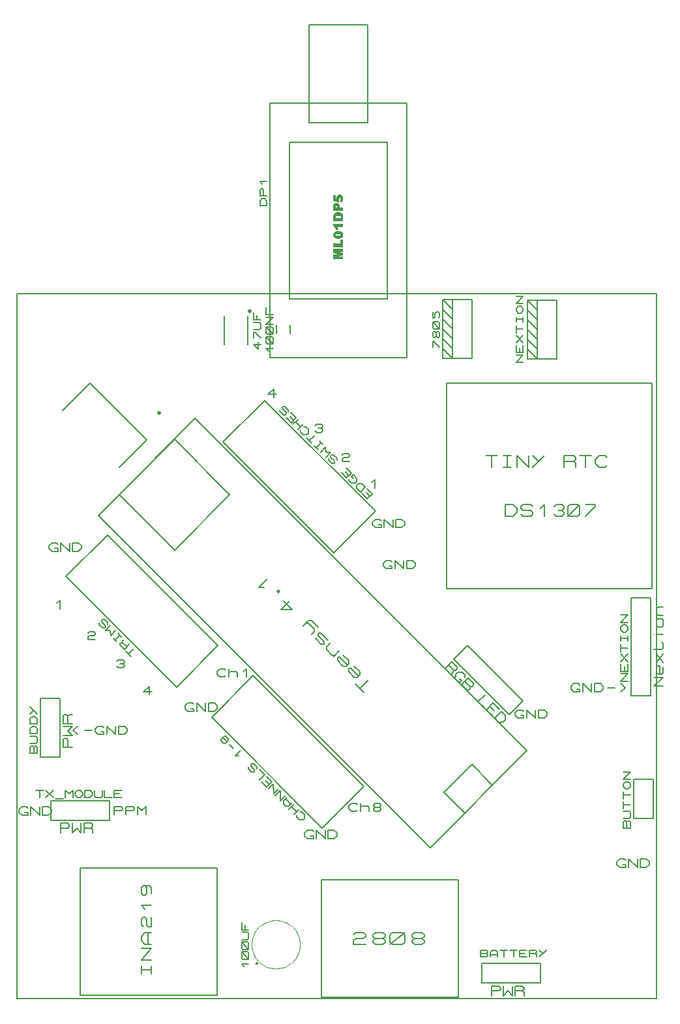
<source format=gbr>
G04 PROTEUS GERBER X2 FILE*
%TF.GenerationSoftware,Labcenter,Proteus,8.15-SP1-Build34318*%
%TF.CreationDate,2023-08-09T10:16:53+00:00*%
%TF.FileFunction,Legend,Top*%
%TF.FilePolarity,Positive*%
%TF.Part,Single*%
%TF.SameCoordinates,{0049c899-80f1-4e30-9ba5-08a3a9b55963}*%
%FSLAX45Y45*%
%MOMM*%
G01*
%TA.AperFunction,Profile*%
%ADD27C,0.203200*%
%TA.AperFunction,Material*%
%ADD31C,0.203200*%
%ADD32C,0.063500*%
%ADD33C,0.250000*%
%ADD34C,0.200000*%
%ADD35C,0.120000*%
%TA.AperFunction,NonMaterial*%
%ADD36C,0.203200*%
%TD.AperFunction*%
D27*
X-619760Y-63500D02*
X+7683500Y-63500D01*
X+7683500Y+9080500D01*
X-619760Y+9080500D01*
X-619760Y-63500D01*
D31*
X+2667000Y+8255000D02*
X+4445000Y+8255000D01*
X+4445000Y+11557000D01*
X+2667000Y+11557000D01*
X+2667000Y+8255000D01*
X+3175000Y+11303000D02*
X+3937000Y+11303000D01*
X+3937000Y+12573000D01*
X+3175000Y+12573000D01*
X+3175000Y+11303000D01*
X+2921000Y+9017000D02*
X+4191000Y+9017000D01*
X+4191000Y+11049000D01*
X+2921000Y+11049000D01*
X+2921000Y+9017000D01*
D32*
X+3489960Y+9540240D02*
X+3489960Y+9591040D01*
X+3489960Y+9616440D02*
X+3489960Y+9667240D01*
X+3489960Y+9697720D02*
X+3489960Y+9733280D01*
X+3489960Y+9834880D02*
X+3489960Y+9865360D01*
X+3489960Y+9961880D02*
X+3489960Y+9992360D01*
X+3489960Y+10033000D02*
X+3489960Y+10104120D01*
X+3489960Y+10165080D02*
X+3489960Y+10241280D01*
X+3489960Y+10292080D02*
X+3489960Y+10363200D01*
X+3495040Y+9540240D02*
X+3495040Y+9591040D01*
X+3495040Y+9616440D02*
X+3495040Y+9667240D01*
X+3495040Y+9697720D02*
X+3495040Y+9733280D01*
X+3495040Y+9824720D02*
X+3495040Y+9875520D01*
X+3495040Y+9961880D02*
X+3495040Y+9992360D01*
X+3495040Y+10033000D02*
X+3495040Y+10119360D01*
X+3495040Y+10165080D02*
X+3495040Y+10251440D01*
X+3495040Y+10292080D02*
X+3495040Y+10363200D01*
X+3500120Y+9540240D02*
X+3500120Y+9591040D01*
X+3500120Y+9616440D02*
X+3500120Y+9667240D01*
X+3500120Y+9697720D02*
X+3500120Y+9733280D01*
X+3500120Y+9814560D02*
X+3500120Y+9880600D01*
X+3500120Y+9956800D02*
X+3500120Y+9992360D01*
X+3500120Y+10033000D02*
X+3500120Y+10124440D01*
X+3500120Y+10165080D02*
X+3500120Y+10256520D01*
X+3500120Y+10292080D02*
X+3500120Y+10363200D01*
X+3505200Y+9540240D02*
X+3505200Y+9591040D01*
X+3505200Y+9616440D02*
X+3505200Y+9667240D01*
X+3505200Y+9697720D02*
X+3505200Y+9733280D01*
X+3505200Y+9814560D02*
X+3505200Y+9885680D01*
X+3505200Y+9951720D02*
X+3505200Y+9992360D01*
X+3505200Y+10033000D02*
X+3505200Y+10129520D01*
X+3505200Y+10165080D02*
X+3505200Y+10256520D01*
X+3505200Y+10287000D02*
X+3505200Y+10363200D01*
X+3510280Y+9540240D02*
X+3510280Y+9596120D01*
X+3510280Y+9611360D02*
X+3510280Y+9667240D01*
X+3510280Y+9697720D02*
X+3510280Y+9733280D01*
X+3510280Y+9809480D02*
X+3510280Y+9845040D01*
X+3510280Y+9855200D02*
X+3510280Y+9890760D01*
X+3510280Y+9946640D02*
X+3510280Y+9992360D01*
X+3510280Y+10033000D02*
X+3510280Y+10129520D01*
X+3510280Y+10165080D02*
X+3510280Y+10261600D01*
X+3510280Y+10287000D02*
X+3510280Y+10363200D01*
X+3515360Y+9540240D02*
X+3515360Y+9596120D01*
X+3515360Y+9611360D02*
X+3515360Y+9667240D01*
X+3515360Y+9697720D02*
X+3515360Y+9733280D01*
X+3515360Y+9809480D02*
X+3515360Y+9845040D01*
X+3515360Y+9855200D02*
X+3515360Y+9890760D01*
X+3515360Y+9936480D02*
X+3515360Y+9992360D01*
X+3515360Y+10033000D02*
X+3515360Y+10068560D01*
X+3515360Y+10088880D02*
X+3515360Y+10134600D01*
X+3515360Y+10165080D02*
X+3515360Y+10200640D01*
X+3515360Y+10220960D02*
X+3515360Y+10261600D01*
X+3515360Y+10287000D02*
X+3515360Y+10317480D01*
X+3520440Y+9540240D02*
X+3520440Y+9596120D01*
X+3520440Y+9611360D02*
X+3520440Y+9667240D01*
X+3520440Y+9697720D02*
X+3520440Y+9733280D01*
X+3520440Y+9809480D02*
X+3520440Y+9839960D01*
X+3520440Y+9860280D02*
X+3520440Y+9890760D01*
X+3520440Y+9926320D02*
X+3520440Y+9992360D01*
X+3520440Y+10033000D02*
X+3520440Y+10068560D01*
X+3520440Y+10099040D02*
X+3520440Y+10134600D01*
X+3520440Y+10165080D02*
X+3520440Y+10200640D01*
X+3520440Y+10226040D02*
X+3520440Y+10261600D01*
X+3520440Y+10287000D02*
X+3520440Y+10317480D01*
X+3525520Y+9540240D02*
X+3525520Y+9596120D01*
X+3525520Y+9611360D02*
X+3525520Y+9667240D01*
X+3525520Y+9697720D02*
X+3525520Y+9733280D01*
X+3525520Y+9804400D02*
X+3525520Y+9839960D01*
X+3525520Y+9860280D02*
X+3525520Y+9895840D01*
X+3525520Y+9921240D02*
X+3525520Y+9992360D01*
X+3525520Y+10033000D02*
X+3525520Y+10068560D01*
X+3525520Y+10099040D02*
X+3525520Y+10134600D01*
X+3525520Y+10165080D02*
X+3525520Y+10200640D01*
X+3525520Y+10226040D02*
X+3525520Y+10261600D01*
X+3525520Y+10287000D02*
X+3525520Y+10317480D01*
X+3530600Y+9540240D02*
X+3530600Y+9570720D01*
X+3530600Y+9575800D02*
X+3530600Y+9596120D01*
X+3530600Y+9611360D02*
X+3530600Y+9631680D01*
X+3530600Y+9636760D02*
X+3530600Y+9667240D01*
X+3530600Y+9697720D02*
X+3530600Y+9733280D01*
X+3530600Y+9804400D02*
X+3530600Y+9839960D01*
X+3530600Y+9860280D02*
X+3530600Y+9895840D01*
X+3530600Y+9921240D02*
X+3530600Y+9992360D01*
X+3530600Y+10033000D02*
X+3530600Y+10068560D01*
X+3530600Y+10104120D02*
X+3530600Y+10139680D01*
X+3530600Y+10165080D02*
X+3530600Y+10200640D01*
X+3530600Y+10226040D02*
X+3530600Y+10261600D01*
X+3530600Y+10287000D02*
X+3530600Y+10317480D01*
X+3530600Y+10322560D02*
X+3530600Y+10347960D01*
X+3535680Y+9540240D02*
X+3535680Y+9570720D01*
X+3535680Y+9575800D02*
X+3535680Y+9601200D01*
X+3535680Y+9611360D02*
X+3535680Y+9631680D01*
X+3535680Y+9636760D02*
X+3535680Y+9667240D01*
X+3535680Y+9697720D02*
X+3535680Y+9733280D01*
X+3535680Y+9804400D02*
X+3535680Y+9839960D01*
X+3535680Y+9860280D02*
X+3535680Y+9895840D01*
X+3535680Y+9921240D02*
X+3535680Y+9951720D01*
X+3535680Y+9956800D02*
X+3535680Y+9992360D01*
X+3535680Y+10033000D02*
X+3535680Y+10068560D01*
X+3535680Y+10104120D02*
X+3535680Y+10139680D01*
X+3535680Y+10165080D02*
X+3535680Y+10200640D01*
X+3535680Y+10220960D02*
X+3535680Y+10261600D01*
X+3535680Y+10287000D02*
X+3535680Y+10353040D01*
X+3540760Y+9540240D02*
X+3540760Y+9570720D01*
X+3540760Y+9575800D02*
X+3540760Y+9601200D01*
X+3540760Y+9606280D02*
X+3540760Y+9631680D01*
X+3540760Y+9636760D02*
X+3540760Y+9667240D01*
X+3540760Y+9697720D02*
X+3540760Y+9733280D01*
X+3540760Y+9804400D02*
X+3540760Y+9839960D01*
X+3540760Y+9860280D02*
X+3540760Y+9895840D01*
X+3540760Y+9921240D02*
X+3540760Y+9941560D01*
X+3540760Y+9956800D02*
X+3540760Y+9992360D01*
X+3540760Y+10033000D02*
X+3540760Y+10068560D01*
X+3540760Y+10104120D02*
X+3540760Y+10139680D01*
X+3540760Y+10165080D02*
X+3540760Y+10261600D01*
X+3540760Y+10281920D02*
X+3540760Y+10358120D01*
X+3545840Y+9540240D02*
X+3545840Y+9570720D01*
X+3545840Y+9575800D02*
X+3545840Y+9601200D01*
X+3545840Y+9606280D02*
X+3545840Y+9631680D01*
X+3545840Y+9636760D02*
X+3545840Y+9667240D01*
X+3545840Y+9697720D02*
X+3545840Y+9733280D01*
X+3545840Y+9804400D02*
X+3545840Y+9839960D01*
X+3545840Y+9860280D02*
X+3545840Y+9895840D01*
X+3545840Y+9921240D02*
X+3545840Y+9931400D01*
X+3545840Y+9956800D02*
X+3545840Y+9992360D01*
X+3545840Y+10033000D02*
X+3545840Y+10068560D01*
X+3545840Y+10104120D02*
X+3545840Y+10139680D01*
X+3545840Y+10165080D02*
X+3545840Y+10256520D01*
X+3545840Y+10281920D02*
X+3545840Y+10363200D01*
X+3550920Y+9540240D02*
X+3550920Y+9570720D01*
X+3550920Y+9575800D02*
X+3550920Y+9601200D01*
X+3550920Y+9606280D02*
X+3550920Y+9631680D01*
X+3550920Y+9636760D02*
X+3550920Y+9667240D01*
X+3550920Y+9697720D02*
X+3550920Y+9733280D01*
X+3550920Y+9804400D02*
X+3550920Y+9839960D01*
X+3550920Y+9860280D02*
X+3550920Y+9895840D01*
X+3550920Y+9956800D02*
X+3550920Y+9992360D01*
X+3550920Y+10033000D02*
X+3550920Y+10068560D01*
X+3550920Y+10104120D02*
X+3550920Y+10139680D01*
X+3550920Y+10165080D02*
X+3550920Y+10251440D01*
X+3550920Y+10281920D02*
X+3550920Y+10317480D01*
X+3550920Y+10327640D02*
X+3550920Y+10368280D01*
X+3556000Y+9540240D02*
X+3556000Y+9570720D01*
X+3556000Y+9580880D02*
X+3556000Y+9601200D01*
X+3556000Y+9606280D02*
X+3556000Y+9626600D01*
X+3556000Y+9636760D02*
X+3556000Y+9667240D01*
X+3556000Y+9697720D02*
X+3556000Y+9733280D01*
X+3556000Y+9804400D02*
X+3556000Y+9839960D01*
X+3556000Y+9860280D02*
X+3556000Y+9895840D01*
X+3556000Y+9956800D02*
X+3556000Y+9992360D01*
X+3556000Y+10033000D02*
X+3556000Y+10068560D01*
X+3556000Y+10104120D02*
X+3556000Y+10139680D01*
X+3556000Y+10165080D02*
X+3556000Y+10246360D01*
X+3556000Y+10307320D02*
X+3556000Y+10312400D01*
X+3556000Y+10332720D02*
X+3556000Y+10368280D01*
X+3561080Y+9540240D02*
X+3561080Y+9570720D01*
X+3561080Y+9580880D02*
X+3561080Y+9601200D01*
X+3561080Y+9606280D02*
X+3561080Y+9626600D01*
X+3561080Y+9636760D02*
X+3561080Y+9667240D01*
X+3561080Y+9697720D02*
X+3561080Y+9733280D01*
X+3561080Y+9804400D02*
X+3561080Y+9839960D01*
X+3561080Y+9860280D02*
X+3561080Y+9895840D01*
X+3561080Y+9956800D02*
X+3561080Y+9992360D01*
X+3561080Y+10033000D02*
X+3561080Y+10068560D01*
X+3561080Y+10104120D02*
X+3561080Y+10139680D01*
X+3561080Y+10165080D02*
X+3561080Y+10236200D01*
X+3561080Y+10332720D02*
X+3561080Y+10368280D01*
X+3566160Y+9540240D02*
X+3566160Y+9570720D01*
X+3566160Y+9580880D02*
X+3566160Y+9626600D01*
X+3566160Y+9636760D02*
X+3566160Y+9667240D01*
X+3566160Y+9697720D02*
X+3566160Y+9733280D01*
X+3566160Y+9804400D02*
X+3566160Y+9839960D01*
X+3566160Y+9860280D02*
X+3566160Y+9895840D01*
X+3566160Y+9956800D02*
X+3566160Y+9992360D01*
X+3566160Y+10033000D02*
X+3566160Y+10068560D01*
X+3566160Y+10104120D02*
X+3566160Y+10139680D01*
X+3566160Y+10165080D02*
X+3566160Y+10200640D01*
X+3566160Y+10332720D02*
X+3566160Y+10368280D01*
X+3571240Y+9540240D02*
X+3571240Y+9570720D01*
X+3571240Y+9580880D02*
X+3571240Y+9626600D01*
X+3571240Y+9636760D02*
X+3571240Y+9667240D01*
X+3571240Y+9697720D02*
X+3571240Y+9733280D01*
X+3571240Y+9804400D02*
X+3571240Y+9839960D01*
X+3571240Y+9860280D02*
X+3571240Y+9895840D01*
X+3571240Y+9956800D02*
X+3571240Y+9992360D01*
X+3571240Y+10033000D02*
X+3571240Y+10068560D01*
X+3571240Y+10099040D02*
X+3571240Y+10139680D01*
X+3571240Y+10165080D02*
X+3571240Y+10200640D01*
X+3571240Y+10332720D02*
X+3571240Y+10368280D01*
X+3576320Y+9540240D02*
X+3576320Y+9570720D01*
X+3576320Y+9585960D02*
X+3576320Y+9621520D01*
X+3576320Y+9636760D02*
X+3576320Y+9667240D01*
X+3576320Y+9697720D02*
X+3576320Y+9733280D01*
X+3576320Y+9809480D02*
X+3576320Y+9839960D01*
X+3576320Y+9860280D02*
X+3576320Y+9890760D01*
X+3576320Y+9956800D02*
X+3576320Y+9992360D01*
X+3576320Y+10033000D02*
X+3576320Y+10068560D01*
X+3576320Y+10099040D02*
X+3576320Y+10134600D01*
X+3576320Y+10165080D02*
X+3576320Y+10200640D01*
X+3576320Y+10287000D02*
X+3576320Y+10312400D01*
X+3576320Y+10332720D02*
X+3576320Y+10368280D01*
X+3581400Y+9540240D02*
X+3581400Y+9570720D01*
X+3581400Y+9585960D02*
X+3581400Y+9621520D01*
X+3581400Y+9636760D02*
X+3581400Y+9667240D01*
X+3581400Y+9697720D02*
X+3581400Y+9784080D01*
X+3581400Y+9809480D02*
X+3581400Y+9845040D01*
X+3581400Y+9855200D02*
X+3581400Y+9890760D01*
X+3581400Y+9956800D02*
X+3581400Y+9992360D01*
X+3581400Y+10033000D02*
X+3581400Y+10068560D01*
X+3581400Y+10093960D02*
X+3581400Y+10134600D01*
X+3581400Y+10165080D02*
X+3581400Y+10200640D01*
X+3581400Y+10276840D02*
X+3581400Y+10312400D01*
X+3581400Y+10332720D02*
X+3581400Y+10363200D01*
X+3586480Y+9540240D02*
X+3586480Y+9570720D01*
X+3586480Y+9585960D02*
X+3586480Y+9621520D01*
X+3586480Y+9636760D02*
X+3586480Y+9667240D01*
X+3586480Y+9697720D02*
X+3586480Y+9784080D01*
X+3586480Y+9809480D02*
X+3586480Y+9845040D01*
X+3586480Y+9855200D02*
X+3586480Y+9890760D01*
X+3586480Y+9956800D02*
X+3586480Y+9992360D01*
X+3586480Y+10033000D02*
X+3586480Y+10129520D01*
X+3586480Y+10165080D02*
X+3586480Y+10200640D01*
X+3586480Y+10281920D02*
X+3586480Y+10317480D01*
X+3586480Y+10327640D02*
X+3586480Y+10363200D01*
X+3591560Y+9540240D02*
X+3591560Y+9570720D01*
X+3591560Y+9585960D02*
X+3591560Y+9621520D01*
X+3591560Y+9636760D02*
X+3591560Y+9667240D01*
X+3591560Y+9697720D02*
X+3591560Y+9784080D01*
X+3591560Y+9814560D02*
X+3591560Y+9885680D01*
X+3591560Y+9956800D02*
X+3591560Y+9992360D01*
X+3591560Y+10033000D02*
X+3591560Y+10129520D01*
X+3591560Y+10165080D02*
X+3591560Y+10200640D01*
X+3591560Y+10281920D02*
X+3591560Y+10363200D01*
X+3596640Y+9540240D02*
X+3596640Y+9570720D01*
X+3596640Y+9585960D02*
X+3596640Y+9621520D01*
X+3596640Y+9636760D02*
X+3596640Y+9667240D01*
X+3596640Y+9697720D02*
X+3596640Y+9784080D01*
X+3596640Y+9819640D02*
X+3596640Y+9885680D01*
X+3596640Y+9956800D02*
X+3596640Y+9992360D01*
X+3596640Y+10033000D02*
X+3596640Y+10124440D01*
X+3596640Y+10165080D02*
X+3596640Y+10200640D01*
X+3596640Y+10287000D02*
X+3596640Y+10358120D01*
X+3601720Y+9540240D02*
X+3601720Y+9570720D01*
X+3601720Y+9591040D02*
X+3601720Y+9616440D01*
X+3601720Y+9636760D02*
X+3601720Y+9667240D01*
X+3601720Y+9697720D02*
X+3601720Y+9784080D01*
X+3601720Y+9824720D02*
X+3601720Y+9875520D01*
X+3601720Y+9956800D02*
X+3601720Y+9992360D01*
X+3601720Y+10033000D02*
X+3601720Y+10119360D01*
X+3601720Y+10165080D02*
X+3601720Y+10200640D01*
X+3601720Y+10292080D02*
X+3601720Y+10353040D01*
X+3606800Y+9540240D02*
X+3606800Y+9570720D01*
X+3606800Y+9591040D02*
X+3606800Y+9616440D01*
X+3606800Y+9636760D02*
X+3606800Y+9667240D01*
X+3606800Y+9697720D02*
X+3606800Y+9784080D01*
X+3606800Y+9829800D02*
X+3606800Y+9865360D01*
X+3606800Y+9956800D02*
X+3606800Y+9992360D01*
X+3606800Y+10033000D02*
X+3606800Y+10104120D01*
X+3606800Y+10165080D02*
X+3606800Y+10200640D01*
X+3606800Y+10302240D02*
X+3606800Y+10342880D01*
D31*
X+2626360Y+10223500D02*
X+2534920Y+10223500D01*
X+2534920Y+10287000D01*
X+2565400Y+10318750D01*
X+2595880Y+10318750D01*
X+2626360Y+10287000D01*
X+2626360Y+10223500D01*
X+2626360Y+10350500D02*
X+2534920Y+10350500D01*
X+2534920Y+10429875D01*
X+2550160Y+10445750D01*
X+2565400Y+10445750D01*
X+2580640Y+10429875D01*
X+2580640Y+10350500D01*
X+2565400Y+10509250D02*
X+2534920Y+10541000D01*
X+2626360Y+10541000D01*
X+6004951Y+3155576D02*
X+1694428Y+7466099D01*
X+437192Y+6208863D01*
X+4747715Y+1898340D01*
X+6004951Y+3155576D01*
X+5555938Y+2706563D02*
X+5286530Y+2975971D01*
X+4927320Y+2616760D01*
X+5196728Y+2347353D01*
X+5555938Y+2706563D01*
X+2143441Y+6478271D02*
X+1425021Y+7196691D01*
X+706600Y+6478271D01*
X+1425021Y+5759851D01*
X+2143441Y+6478271D01*
X+3885611Y+3909917D02*
X+3777848Y+4017680D01*
X+3831729Y+3963798D02*
X+3939492Y+4071562D01*
X+3813769Y+4125443D02*
X+3706006Y+4233206D01*
X+3688045Y+4215246D01*
X+3688045Y+4179324D01*
X+3759887Y+4107482D01*
X+3795808Y+4107482D01*
X+3831729Y+4143403D01*
X+3831729Y+4179324D01*
X+3759887Y+4251167D01*
X+3670085Y+4269127D02*
X+3562322Y+4376890D01*
X+3544361Y+4358930D01*
X+3544361Y+4323008D01*
X+3616203Y+4251166D01*
X+3652124Y+4251166D01*
X+3688045Y+4287087D01*
X+3688045Y+4323008D01*
X+3616203Y+4394851D01*
X+3562322Y+4448732D02*
X+3490480Y+4376890D01*
X+3508440Y+4394850D02*
X+3472519Y+4394850D01*
X+3400677Y+4466692D01*
X+3400677Y+4502614D01*
X+3454559Y+4556495D01*
X+3256993Y+4610376D02*
X+3328835Y+4538534D01*
X+3364756Y+4538534D01*
X+3364756Y+4574455D01*
X+3292914Y+4646298D01*
X+3292914Y+4682219D01*
X+3328835Y+4682219D01*
X+3418638Y+4592416D01*
X+3203112Y+4664258D02*
X+3239033Y+4700179D01*
X+3239033Y+4736100D01*
X+3167191Y+4807942D01*
X+3131270Y+4807942D01*
X+3095349Y+4772021D02*
X+3167191Y+4843863D01*
X+3203112Y+4843863D01*
X+3292914Y+4754060D01*
X+2843901Y+5095311D02*
X+2951664Y+4987548D01*
X+2807980Y+4987548D01*
X+2915743Y+5095311D01*
X+2772059Y+5203074D02*
X+2754098Y+5221035D01*
X+2772059Y+5238995D01*
X+2790019Y+5221035D01*
X+2772059Y+5203074D01*
X+2592454Y+5274916D02*
X+2520612Y+5274916D01*
X+2628375Y+5382679D01*
X+3883239Y+2690524D02*
X+2446398Y+4127365D01*
X+1907583Y+3588550D01*
X+3344424Y+2151709D01*
X+3883239Y+2690524D01*
X+3057953Y+2359152D02*
X+3079955Y+2358703D01*
X+3113631Y+2325027D01*
X+3114529Y+2281024D01*
X+3092976Y+2259471D01*
X+3048973Y+2260369D01*
X+3015297Y+2294045D01*
X+3014848Y+2316047D01*
X+3046278Y+2392379D02*
X+2981621Y+2327722D01*
X+2914269Y+2395073D02*
X+2978926Y+2459731D01*
X+3013949Y+2360050D02*
X+2946598Y+2427402D01*
X+2956476Y+2482181D02*
X+2913371Y+2439076D01*
X+2869368Y+2439974D01*
X+2846917Y+2462425D01*
X+2846019Y+2506428D01*
X+2889124Y+2549533D01*
X+2934924Y+2460629D02*
X+2867572Y+2527981D01*
X+2866673Y+2571984D02*
X+2802016Y+2507327D01*
X+2799321Y+2639336D01*
X+2734664Y+2574678D01*
X+2776871Y+2661786D02*
X+2712214Y+2597129D01*
X+2709519Y+2729138D01*
X+2644862Y+2664480D01*
X+2619716Y+2818941D02*
X+2687068Y+2751589D01*
X+2622411Y+2686932D01*
X+2555059Y+2754283D01*
X+2654739Y+2719260D02*
X+2609838Y+2764162D01*
X+2532609Y+2776734D02*
X+2597266Y+2841391D01*
X+2529914Y+2908743D01*
X+2496687Y+2920418D02*
X+2496238Y+2942420D01*
X+2451337Y+2987321D01*
X+2429335Y+2987770D01*
X+2418559Y+2976994D01*
X+2419008Y+2954992D01*
X+2463909Y+2910091D01*
X+2464358Y+2888089D01*
X+2453582Y+2877313D01*
X+2431580Y+2877762D01*
X+2386679Y+2922663D01*
X+2386230Y+2944665D01*
X+2262303Y+3090145D02*
X+2218299Y+3091043D01*
X+2282957Y+3155701D01*
X+2194501Y+3179499D02*
X+2138375Y+3235625D01*
X+2093474Y+3280526D02*
X+2093923Y+3258524D01*
X+2083147Y+3247748D01*
X+2061145Y+3248197D01*
X+2027469Y+3281873D01*
X+2027020Y+3303875D01*
X+2037796Y+3314651D01*
X+2059798Y+3314202D01*
X+2093474Y+3280526D01*
X+2115475Y+3280077D01*
X+2126252Y+3290853D01*
X+2125803Y+3312855D01*
X+2092127Y+3346531D01*
X+2070125Y+3346980D01*
X+2059349Y+3336204D01*
X+2059798Y+3314202D01*
X+1991004Y+4517396D02*
X+554163Y+5954237D01*
X+15348Y+5415422D01*
X+1452189Y+3978581D01*
X+1991004Y+4517396D01*
X+864881Y+4379101D02*
X+797529Y+4446452D01*
X+831205Y+4412777D02*
X+895862Y+4477434D01*
X+839735Y+4533561D02*
X+775078Y+4468904D01*
X+718951Y+4525030D01*
X+718502Y+4547032D01*
X+729278Y+4557808D01*
X+751280Y+4557359D01*
X+807406Y+4501232D01*
X+751280Y+4557359D02*
X+750831Y+4579361D01*
X+772383Y+4600913D01*
X+674050Y+4569931D02*
X+629149Y+4614832D01*
X+651600Y+4592382D02*
X+716257Y+4657039D01*
X+738708Y+4634589D02*
X+693807Y+4679490D01*
X+660130Y+4713166D02*
X+595473Y+4648509D01*
X+594126Y+4714513D01*
X+528121Y+4715860D01*
X+592778Y+4780518D01*
X+559552Y+4792192D02*
X+559103Y+4814194D01*
X+514202Y+4859095D01*
X+492200Y+4859544D01*
X+481424Y+4848768D01*
X+481873Y+4826766D01*
X+526774Y+4781865D01*
X+527223Y+4759863D01*
X+516447Y+4749087D01*
X+494445Y+4749536D01*
X+449544Y+4794437D01*
X+449095Y+4816439D01*
X+2059406Y+7158535D02*
X+3496247Y+5721694D01*
X+4035062Y+6260509D01*
X+2598221Y+7697350D01*
X+2059406Y+7158535D01*
X+3926400Y+6555960D02*
X+3993752Y+6488608D01*
X+3929095Y+6423951D01*
X+3861743Y+6491302D01*
X+3961423Y+6456279D02*
X+3916522Y+6501181D01*
X+3903949Y+6578411D02*
X+3839292Y+6513754D01*
X+3794390Y+6558655D01*
X+3793492Y+6602658D01*
X+3815045Y+6624211D01*
X+3859048Y+6623313D01*
X+3903949Y+6578411D01*
X+3747693Y+6691562D02*
X+3725243Y+6714013D01*
X+3746795Y+6735565D01*
X+3791697Y+6690664D01*
X+3792595Y+6646661D01*
X+3771042Y+6625108D01*
X+3727039Y+6626006D01*
X+3693363Y+6659682D01*
X+3692914Y+6681684D01*
X+3656992Y+6825368D02*
X+3724344Y+6758016D01*
X+3659687Y+6693359D01*
X+3592335Y+6760710D01*
X+3692015Y+6725687D02*
X+3647114Y+6770589D01*
X+3533963Y+6926845D02*
X+3533514Y+6948847D01*
X+3488613Y+6993748D01*
X+3466611Y+6994197D01*
X+3455835Y+6983421D01*
X+3456284Y+6961419D01*
X+3501185Y+6916518D01*
X+3501634Y+6894516D01*
X+3490858Y+6883740D01*
X+3468856Y+6884189D01*
X+3423955Y+6929090D01*
X+3423506Y+6951092D01*
X+3390280Y+6962766D02*
X+3454937Y+7027423D01*
X+3388933Y+7028770D01*
X+3387585Y+7094775D01*
X+3322928Y+7030117D01*
X+3289251Y+7063794D02*
X+3244350Y+7108695D01*
X+3266801Y+7086245D02*
X+3331458Y+7150902D01*
X+3353909Y+7128452D02*
X+3309008Y+7173353D01*
X+3210675Y+7142371D02*
X+3143323Y+7209722D01*
X+3176999Y+7176047D02*
X+3241656Y+7240704D01*
X+3107401Y+7353407D02*
X+3129403Y+7352958D01*
X+3163079Y+7319282D01*
X+3163977Y+7275279D01*
X+3142424Y+7253726D01*
X+3098421Y+7254624D01*
X+3064745Y+7288300D01*
X+3064296Y+7310302D01*
X+3095726Y+7386634D02*
X+3031069Y+7321977D01*
X+2963717Y+7389328D02*
X+3028374Y+7453986D01*
X+3063397Y+7354305D02*
X+2996046Y+7421657D01*
X+2938572Y+7543788D02*
X+3005924Y+7476436D01*
X+2941267Y+7411779D01*
X+2873915Y+7479130D01*
X+2973595Y+7444107D02*
X+2928694Y+7489009D01*
X+2905345Y+7555463D02*
X+2904896Y+7577465D01*
X+2859995Y+7622366D01*
X+2837993Y+7622815D01*
X+2827217Y+7612039D01*
X+2827666Y+7590037D01*
X+2872567Y+7545136D01*
X+2873016Y+7523134D01*
X+2862240Y+7512358D01*
X+2840238Y+7512807D01*
X+2795337Y+7557708D01*
X+2794888Y+7579710D01*
D33*
X+1231673Y+7542312D02*
X+1231630Y+7543351D01*
X+1231278Y+7545430D01*
X+1230541Y+7547509D01*
X+1229337Y+7549588D01*
X+1227496Y+7551638D01*
X+1225417Y+7553141D01*
X+1223338Y+7554098D01*
X+1221259Y+7554637D01*
X+1219180Y+7554812D01*
X+1219173Y+7554812D01*
X+1206673Y+7542312D02*
X+1206716Y+7543351D01*
X+1207068Y+7545430D01*
X+1207805Y+7547509D01*
X+1209009Y+7549588D01*
X+1210850Y+7551638D01*
X+1212929Y+7553141D01*
X+1215008Y+7554098D01*
X+1217087Y+7554637D01*
X+1219166Y+7554812D01*
X+1219173Y+7554812D01*
X+1206673Y+7542312D02*
X+1206716Y+7541273D01*
X+1207068Y+7539194D01*
X+1207805Y+7537115D01*
X+1209009Y+7535036D01*
X+1210850Y+7532986D01*
X+1212929Y+7531483D01*
X+1215008Y+7530526D01*
X+1217087Y+7529987D01*
X+1219166Y+7529812D01*
X+1219173Y+7529812D01*
X+1231673Y+7542312D02*
X+1231630Y+7541273D01*
X+1231278Y+7539194D01*
X+1230541Y+7537115D01*
X+1229337Y+7535036D01*
X+1227496Y+7532986D01*
X+1225417Y+7531483D01*
X+1223338Y+7530526D01*
X+1221259Y+7529987D01*
X+1219180Y+7529812D01*
X+1219173Y+7529812D01*
D34*
X-27103Y+7568828D02*
X+326451Y+7922382D01*
X+1061842Y+7186991D01*
X+708288Y+6833437D01*
D31*
X+5036820Y+8244840D02*
X+5290820Y+8244840D01*
X+5290820Y+9006840D01*
X+5036820Y+9006840D01*
X+5036820Y+8244840D01*
X+4909820Y+8244840D01*
X+4909820Y+9006840D01*
X+5036820Y+9006840D01*
X+5036820Y+8244840D02*
X+4909820Y+8371840D01*
X+5036820Y+8371840D02*
X+4909820Y+8498840D01*
X+5036820Y+8498840D02*
X+4909820Y+8625840D01*
X+5036820Y+8625840D02*
X+4909820Y+8752840D01*
X+5036820Y+8752840D02*
X+4909820Y+8879840D01*
X+5036820Y+8879840D02*
X+4909820Y+9006840D01*
X+4777740Y+8387715D02*
X+4777740Y+8467090D01*
X+4792980Y+8467090D01*
X+4869180Y+8387715D01*
X+4823460Y+8530590D02*
X+4808220Y+8514715D01*
X+4792980Y+8514715D01*
X+4777740Y+8530590D01*
X+4777740Y+8578215D01*
X+4792980Y+8594090D01*
X+4808220Y+8594090D01*
X+4823460Y+8578215D01*
X+4823460Y+8530590D01*
X+4838700Y+8514715D01*
X+4853940Y+8514715D01*
X+4869180Y+8530590D01*
X+4869180Y+8578215D01*
X+4853940Y+8594090D01*
X+4838700Y+8594090D01*
X+4823460Y+8578215D01*
X+4853940Y+8625840D02*
X+4792980Y+8625840D01*
X+4777740Y+8641715D01*
X+4777740Y+8705215D01*
X+4792980Y+8721090D01*
X+4853940Y+8721090D01*
X+4869180Y+8705215D01*
X+4869180Y+8641715D01*
X+4853940Y+8625840D01*
X+4869180Y+8625840D02*
X+4777740Y+8721090D01*
X+4777740Y+8848090D02*
X+4777740Y+8768715D01*
X+4808220Y+8768715D01*
X+4808220Y+8832215D01*
X+4823460Y+8848090D01*
X+4853940Y+8848090D01*
X+4869180Y+8832215D01*
X+4869180Y+8784590D01*
X+4853940Y+8768715D01*
X+6134100Y+8237220D02*
X+6388100Y+8237220D01*
X+6388100Y+8999220D01*
X+6134100Y+8999220D01*
X+6134100Y+8237220D01*
X+6007100Y+8237220D01*
X+6007100Y+8999220D01*
X+6134100Y+8999220D01*
X+6134100Y+8237220D02*
X+6007100Y+8364220D01*
X+6134100Y+8364220D02*
X+6007100Y+8491220D01*
X+6134100Y+8491220D02*
X+6007100Y+8618220D01*
X+6134100Y+8618220D02*
X+6007100Y+8745220D01*
X+6134100Y+8745220D02*
X+6007100Y+8872220D01*
X+6134100Y+8872220D02*
X+6007100Y+8999220D01*
X+5953760Y+8194040D02*
X+5862320Y+8194040D01*
X+5953760Y+8289290D01*
X+5862320Y+8289290D01*
X+5953760Y+8416290D02*
X+5953760Y+8321040D01*
X+5862320Y+8321040D01*
X+5862320Y+8416290D01*
X+5908040Y+8321040D02*
X+5908040Y+8384540D01*
X+5862320Y+8448040D02*
X+5953760Y+8543290D01*
X+5953760Y+8448040D02*
X+5862320Y+8543290D01*
X+5862320Y+8575040D02*
X+5862320Y+8670290D01*
X+5862320Y+8622665D02*
X+5953760Y+8622665D01*
X+5862320Y+8717915D02*
X+5862320Y+8781415D01*
X+5862320Y+8749665D02*
X+5953760Y+8749665D01*
X+5953760Y+8717915D02*
X+5953760Y+8781415D01*
X+5892800Y+8829040D02*
X+5862320Y+8860790D01*
X+5862320Y+8892540D01*
X+5892800Y+8924290D01*
X+5923280Y+8924290D01*
X+5953760Y+8892540D01*
X+5953760Y+8860790D01*
X+5923280Y+8829040D01*
X+5892800Y+8829040D01*
X+5953760Y+8956040D02*
X+5862320Y+8956040D01*
X+5953760Y+9051290D01*
X+5862320Y+9051290D01*
X-317518Y+3076108D02*
X-63518Y+3076108D01*
X-63518Y+3838108D01*
X-317518Y+3838108D01*
X-317518Y+3076108D01*
X+99042Y+3203108D02*
X-22878Y+3203108D01*
X-22878Y+3298358D01*
X-2558Y+3317408D01*
X+17762Y+3317408D01*
X+38082Y+3298358D01*
X+38082Y+3203108D01*
X-22878Y+3355508D02*
X+99042Y+3355508D01*
X+38082Y+3412658D01*
X+99042Y+3469808D01*
X-22878Y+3469808D01*
X+99042Y+3507908D02*
X-22878Y+3507908D01*
X-22878Y+3603158D01*
X-2558Y+3622208D01*
X+17762Y+3622208D01*
X+38082Y+3603158D01*
X+38082Y+3507908D01*
X+38082Y+3603158D02*
X+58402Y+3622208D01*
X+99042Y+3622208D01*
X-358158Y+3124367D02*
X-449598Y+3124367D01*
X-449598Y+3203742D01*
X-434358Y+3219617D01*
X-419118Y+3219617D01*
X-403878Y+3203742D01*
X-388638Y+3219617D01*
X-373398Y+3219617D01*
X-358158Y+3203742D01*
X-358158Y+3124367D01*
X-403878Y+3124367D02*
X-403878Y+3203742D01*
X-449598Y+3251367D02*
X-373398Y+3251367D01*
X-358158Y+3267242D01*
X-358158Y+3330742D01*
X-373398Y+3346617D01*
X-449598Y+3346617D01*
X-358158Y+3378367D02*
X-449598Y+3378367D01*
X-449598Y+3441867D01*
X-419118Y+3473617D01*
X-388638Y+3473617D01*
X-358158Y+3441867D01*
X-358158Y+3378367D01*
X-358158Y+3505367D02*
X-449598Y+3505367D01*
X-449598Y+3568867D01*
X-419118Y+3600617D01*
X-388638Y+3600617D01*
X-358158Y+3568867D01*
X-358158Y+3505367D01*
X-449598Y+3727617D02*
X-358158Y+3632367D01*
X-449598Y+3632367D02*
X-403878Y+3679992D01*
X+5053530Y+4340125D02*
X+5771950Y+3621705D01*
X+5951556Y+3801310D01*
X+5233135Y+4519730D01*
X+5053530Y+4340125D01*
X+4938583Y+4225178D02*
X+5024793Y+4311388D01*
X+5092145Y+4244036D01*
X+5091247Y+4216198D01*
X+5076879Y+4201829D01*
X+5049040Y+4200931D01*
X+4981688Y+4268283D01*
X+5049040Y+4200931D02*
X+5048142Y+4173092D01*
X+5019405Y+4144356D01*
X+5128964Y+4092270D02*
X+5155905Y+4065329D01*
X+5127168Y+4036593D01*
X+5073287Y+4090474D01*
X+5075083Y+4146152D01*
X+5103819Y+4174888D01*
X+5159497Y+4176685D01*
X+5199908Y+4136273D01*
X+5199010Y+4108435D01*
X+5154109Y+4009652D02*
X+5240319Y+4095862D01*
X+5307671Y+4028510D01*
X+5306773Y+4000672D01*
X+5292405Y+3986303D01*
X+5264566Y+3985405D01*
X+5263668Y+3957566D01*
X+5249300Y+3943198D01*
X+5221461Y+3942300D01*
X+5154109Y+4009652D01*
X+5197214Y+4052757D02*
X+5264566Y+3985405D01*
X+5455845Y+3880336D02*
X+5369635Y+3794126D01*
X+5450457Y+3713304D01*
X+5558220Y+3605541D02*
X+5477398Y+3686363D01*
X+5563608Y+3772573D01*
X+5644431Y+3691751D01*
X+5520503Y+3729468D02*
X+5574385Y+3675587D01*
X+5585161Y+3578600D02*
X+5671371Y+3664810D01*
X+5725253Y+3610929D01*
X+5723457Y+3555251D01*
X+5694720Y+3526514D01*
X+5639042Y+3524718D01*
X+5585161Y+3578600D01*
X+5417098Y+140434D02*
X+6179098Y+140434D01*
X+6179098Y+394434D01*
X+5417098Y+394434D01*
X+5417098Y+140434D01*
X+5544098Y-22126D02*
X+5544098Y+99794D01*
X+5639348Y+99794D01*
X+5658398Y+79474D01*
X+5658398Y+59154D01*
X+5639348Y+38834D01*
X+5544098Y+38834D01*
X+5696498Y+99794D02*
X+5696498Y-22126D01*
X+5753648Y+38834D01*
X+5810798Y-22126D01*
X+5810798Y+99794D01*
X+5848898Y-22126D02*
X+5848898Y+99794D01*
X+5944148Y+99794D01*
X+5963198Y+79474D01*
X+5963198Y+59154D01*
X+5944148Y+38834D01*
X+5848898Y+38834D01*
X+5944148Y+38834D02*
X+5963198Y+18514D01*
X+5963198Y-22126D01*
X+5400294Y+478180D02*
X+5400294Y+569620D01*
X+5479669Y+569620D01*
X+5495544Y+554380D01*
X+5495544Y+539140D01*
X+5479669Y+523900D01*
X+5495544Y+508660D01*
X+5495544Y+493420D01*
X+5479669Y+478180D01*
X+5400294Y+478180D01*
X+5400294Y+523900D02*
X+5479669Y+523900D01*
X+5527294Y+478180D02*
X+5527294Y+539140D01*
X+5559044Y+569620D01*
X+5590794Y+569620D01*
X+5622544Y+539140D01*
X+5622544Y+478180D01*
X+5527294Y+508660D02*
X+5622544Y+508660D01*
X+5654294Y+569620D02*
X+5749544Y+569620D01*
X+5701919Y+569620D02*
X+5701919Y+478180D01*
X+5781294Y+569620D02*
X+5876544Y+569620D01*
X+5828919Y+569620D02*
X+5828919Y+478180D01*
X+6003544Y+478180D02*
X+5908294Y+478180D01*
X+5908294Y+569620D01*
X+6003544Y+569620D01*
X+5908294Y+523900D02*
X+5971794Y+523900D01*
X+6035294Y+478180D02*
X+6035294Y+569620D01*
X+6114669Y+569620D01*
X+6130544Y+554380D01*
X+6130544Y+539140D01*
X+6114669Y+523900D01*
X+6035294Y+523900D01*
X+6114669Y+523900D02*
X+6130544Y+508660D01*
X+6130544Y+478180D01*
X+6257544Y+569620D02*
X+6162294Y+478180D01*
X+6162294Y+569620D02*
X+6209919Y+523900D01*
X+3334986Y-41234D02*
X+5112986Y-41234D01*
X+5112986Y+1482766D01*
X+3334986Y+1482766D01*
X+3334986Y-41234D01*
X+3747736Y+771566D02*
X+3779486Y+796966D01*
X+3874736Y+796966D01*
X+3906486Y+771566D01*
X+3906486Y+746166D01*
X+3874736Y+720766D01*
X+3779486Y+720766D01*
X+3747736Y+695366D01*
X+3747736Y+644566D01*
X+3906486Y+644566D01*
X+4033486Y+720766D02*
X+4001736Y+746166D01*
X+4001736Y+771566D01*
X+4033486Y+796966D01*
X+4128736Y+796966D01*
X+4160486Y+771566D01*
X+4160486Y+746166D01*
X+4128736Y+720766D01*
X+4033486Y+720766D01*
X+4001736Y+695366D01*
X+4001736Y+669966D01*
X+4033486Y+644566D01*
X+4128736Y+644566D01*
X+4160486Y+669966D01*
X+4160486Y+695366D01*
X+4128736Y+720766D01*
X+4223986Y+669966D02*
X+4223986Y+771566D01*
X+4255736Y+796966D01*
X+4382736Y+796966D01*
X+4414486Y+771566D01*
X+4414486Y+669966D01*
X+4382736Y+644566D01*
X+4255736Y+644566D01*
X+4223986Y+669966D01*
X+4223986Y+644566D02*
X+4414486Y+796966D01*
X+4541486Y+720766D02*
X+4509736Y+746166D01*
X+4509736Y+771566D01*
X+4541486Y+796966D01*
X+4636736Y+796966D01*
X+4668486Y+771566D01*
X+4668486Y+746166D01*
X+4636736Y+720766D01*
X+4541486Y+720766D01*
X+4509736Y+695366D01*
X+4509736Y+669966D01*
X+4541486Y+644566D01*
X+4636736Y+644566D01*
X+4668486Y+669966D01*
X+4668486Y+695366D01*
X+4636736Y+720766D01*
X+196937Y-17432D02*
X+1974937Y-17432D01*
X+1974937Y+1633568D01*
X+196937Y+1633568D01*
X+196937Y-17432D01*
X+999577Y+261968D02*
X+999577Y+363568D01*
X+999577Y+312768D02*
X+1121497Y+312768D01*
X+1121497Y+261968D02*
X+1121497Y+363568D01*
X+1121497Y+439768D02*
X+999577Y+439768D01*
X+1121497Y+592168D01*
X+999577Y+592168D01*
X+1121497Y+642968D02*
X+1040217Y+642968D01*
X+999577Y+693768D01*
X+999577Y+744568D01*
X+1040217Y+795368D01*
X+1121497Y+795368D01*
X+1080857Y+642968D02*
X+1080857Y+795368D01*
X+1019897Y+871568D02*
X+999577Y+896968D01*
X+999577Y+973168D01*
X+1019897Y+998568D01*
X+1040217Y+998568D01*
X+1060537Y+973168D01*
X+1060537Y+896968D01*
X+1080857Y+871568D01*
X+1121497Y+871568D01*
X+1121497Y+998568D01*
X+1040217Y+1100168D02*
X+999577Y+1150968D01*
X+1121497Y+1150968D01*
X+1040217Y+1404968D02*
X+1060537Y+1379568D01*
X+1060537Y+1303368D01*
X+1040217Y+1277968D01*
X+1019897Y+1277968D01*
X+999577Y+1303368D01*
X+999577Y+1379568D01*
X+1019897Y+1404968D01*
X+1101177Y+1404968D01*
X+1121497Y+1379568D01*
X+1121497Y+1303368D01*
X+4958476Y+5259010D02*
X+7625476Y+5259010D01*
X+7625476Y+7926010D01*
X+4958476Y+7926010D01*
X+4958476Y+5259010D01*
X+5466476Y+6986210D02*
X+5618876Y+6986210D01*
X+5542676Y+6986210D02*
X+5542676Y+6833810D01*
X+5695076Y+6986210D02*
X+5796676Y+6986210D01*
X+5745876Y+6986210D02*
X+5745876Y+6833810D01*
X+5695076Y+6833810D02*
X+5796676Y+6833810D01*
X+5872876Y+6833810D02*
X+5872876Y+6986210D01*
X+6025276Y+6833810D01*
X+6025276Y+6986210D01*
X+6228476Y+6986210D02*
X+6076076Y+6833810D01*
X+6076076Y+6986210D02*
X+6152276Y+6910010D01*
X+6482476Y+6833810D02*
X+6482476Y+6986210D01*
X+6609476Y+6986210D01*
X+6634876Y+6960810D01*
X+6634876Y+6935410D01*
X+6609476Y+6910010D01*
X+6482476Y+6910010D01*
X+6609476Y+6910010D02*
X+6634876Y+6884610D01*
X+6634876Y+6833810D01*
X+6685676Y+6986210D02*
X+6838076Y+6986210D01*
X+6761876Y+6986210D02*
X+6761876Y+6833810D01*
X+7041276Y+6859210D02*
X+7015876Y+6833810D01*
X+6939676Y+6833810D01*
X+6888876Y+6884610D01*
X+6888876Y+6935410D01*
X+6939676Y+6986210D01*
X+7015876Y+6986210D01*
X+7041276Y+6960810D01*
X+5720476Y+6198810D02*
X+5720476Y+6351210D01*
X+5822076Y+6351210D01*
X+5872876Y+6300410D01*
X+5872876Y+6249610D01*
X+5822076Y+6198810D01*
X+5720476Y+6198810D01*
X+5923676Y+6224210D02*
X+5949076Y+6198810D01*
X+6050676Y+6198810D01*
X+6076076Y+6224210D01*
X+6076076Y+6249610D01*
X+6050676Y+6275010D01*
X+5949076Y+6275010D01*
X+5923676Y+6300410D01*
X+5923676Y+6325810D01*
X+5949076Y+6351210D01*
X+6050676Y+6351210D01*
X+6076076Y+6325810D01*
X+6177676Y+6300410D02*
X+6228476Y+6351210D01*
X+6228476Y+6198810D01*
X+6355476Y+6325810D02*
X+6380876Y+6351210D01*
X+6457076Y+6351210D01*
X+6482476Y+6325810D01*
X+6482476Y+6300410D01*
X+6457076Y+6275010D01*
X+6482476Y+6249610D01*
X+6482476Y+6224210D01*
X+6457076Y+6198810D01*
X+6380876Y+6198810D01*
X+6355476Y+6224210D01*
X+6406276Y+6275010D02*
X+6457076Y+6275010D01*
X+6533276Y+6224210D02*
X+6533276Y+6325810D01*
X+6558676Y+6351210D01*
X+6660276Y+6351210D01*
X+6685676Y+6325810D01*
X+6685676Y+6224210D01*
X+6660276Y+6198810D01*
X+6558676Y+6198810D01*
X+6533276Y+6224210D01*
X+6533276Y+6198810D02*
X+6685676Y+6351210D01*
X+6761876Y+6351210D02*
X+6888876Y+6351210D01*
X+6888876Y+6325810D01*
X+6761876Y+6198810D01*
X+7353300Y+3868420D02*
X+7607300Y+3868420D01*
X+7607300Y+5138420D01*
X+7353300Y+5138420D01*
X+7353300Y+3868420D01*
X+7769860Y+3995420D02*
X+7647940Y+3995420D01*
X+7769860Y+4109720D01*
X+7647940Y+4109720D01*
X+7729220Y+4147820D02*
X+7729220Y+4262120D01*
X+7708900Y+4262120D01*
X+7688580Y+4243070D01*
X+7688580Y+4166870D01*
X+7708900Y+4147820D01*
X+7749540Y+4147820D01*
X+7769860Y+4166870D01*
X+7769860Y+4243070D01*
X+7688580Y+4300220D02*
X+7769860Y+4414520D01*
X+7769860Y+4300220D02*
X+7688580Y+4414520D01*
X+7647940Y+4471670D02*
X+7749540Y+4471670D01*
X+7769860Y+4490720D01*
X+7769860Y+4547870D01*
X+7749540Y+4566920D01*
X+7688580Y+4452620D02*
X+7688580Y+4547870D01*
X+7688580Y+4662170D02*
X+7769860Y+4662170D01*
X+7647940Y+4662170D02*
X+7647940Y+4662170D01*
X+7708900Y+4757420D02*
X+7688580Y+4776470D01*
X+7688580Y+4852670D01*
X+7708900Y+4871720D01*
X+7749540Y+4871720D01*
X+7769860Y+4852670D01*
X+7769860Y+4776470D01*
X+7749540Y+4757420D01*
X+7708900Y+4757420D01*
X+7769860Y+4909820D02*
X+7688580Y+4909820D01*
X+7708900Y+4909820D02*
X+7688580Y+4928870D01*
X+7688580Y+5005070D01*
X+7708900Y+5024120D01*
X+7769860Y+5024120D01*
X+7312660Y+4058920D02*
X+7221220Y+4058920D01*
X+7312660Y+4154170D01*
X+7221220Y+4154170D01*
X+7312660Y+4281170D02*
X+7312660Y+4185920D01*
X+7221220Y+4185920D01*
X+7221220Y+4281170D01*
X+7266940Y+4185920D02*
X+7266940Y+4249420D01*
X+7221220Y+4312920D02*
X+7312660Y+4408170D01*
X+7312660Y+4312920D02*
X+7221220Y+4408170D01*
X+7221220Y+4439920D02*
X+7221220Y+4535170D01*
X+7221220Y+4487545D02*
X+7312660Y+4487545D01*
X+7221220Y+4582795D02*
X+7221220Y+4646295D01*
X+7221220Y+4614545D02*
X+7312660Y+4614545D01*
X+7312660Y+4582795D02*
X+7312660Y+4646295D01*
X+7251700Y+4693920D02*
X+7221220Y+4725670D01*
X+7221220Y+4757420D01*
X+7251700Y+4789170D01*
X+7282180Y+4789170D01*
X+7312660Y+4757420D01*
X+7312660Y+4725670D01*
X+7282180Y+4693920D01*
X+7251700Y+4693920D01*
X+7312660Y+4820920D02*
X+7221220Y+4820920D01*
X+7312660Y+4916170D01*
X+7221220Y+4916170D01*
X+7386320Y+2278380D02*
X+7640320Y+2278380D01*
X+7640320Y+2786380D01*
X+7386320Y+2786380D01*
X+7386320Y+2278380D01*
X+7345680Y+2151380D02*
X+7254240Y+2151380D01*
X+7254240Y+2230755D01*
X+7269480Y+2246630D01*
X+7284720Y+2246630D01*
X+7299960Y+2230755D01*
X+7315200Y+2246630D01*
X+7330440Y+2246630D01*
X+7345680Y+2230755D01*
X+7345680Y+2151380D01*
X+7299960Y+2151380D02*
X+7299960Y+2230755D01*
X+7254240Y+2278380D02*
X+7330440Y+2278380D01*
X+7345680Y+2294255D01*
X+7345680Y+2357755D01*
X+7330440Y+2373630D01*
X+7254240Y+2373630D01*
X+7254240Y+2405380D02*
X+7254240Y+2500630D01*
X+7254240Y+2453005D02*
X+7345680Y+2453005D01*
X+7254240Y+2532380D02*
X+7254240Y+2627630D01*
X+7254240Y+2580005D02*
X+7345680Y+2580005D01*
X+7284720Y+2659380D02*
X+7254240Y+2691130D01*
X+7254240Y+2722880D01*
X+7284720Y+2754630D01*
X+7315200Y+2754630D01*
X+7345680Y+2722880D01*
X+7345680Y+2691130D01*
X+7315200Y+2659380D01*
X+7284720Y+2659380D01*
X+7345680Y+2786380D02*
X+7254240Y+2786380D01*
X+7345680Y+2881630D01*
X+7254240Y+2881630D01*
D33*
X+2410804Y+8861278D02*
X+2410761Y+8862317D01*
X+2410409Y+8864396D01*
X+2409672Y+8866475D01*
X+2408468Y+8868554D01*
X+2406627Y+8870604D01*
X+2404548Y+8872107D01*
X+2402469Y+8873064D01*
X+2400390Y+8873603D01*
X+2398311Y+8873778D01*
X+2398304Y+8873778D01*
X+2385804Y+8861278D02*
X+2385847Y+8862317D01*
X+2386199Y+8864396D01*
X+2386936Y+8866475D01*
X+2388140Y+8868554D01*
X+2389981Y+8870604D01*
X+2392060Y+8872107D01*
X+2394139Y+8873064D01*
X+2396218Y+8873603D01*
X+2398297Y+8873778D01*
X+2398304Y+8873778D01*
X+2385804Y+8861278D02*
X+2385847Y+8860239D01*
X+2386199Y+8858160D01*
X+2386936Y+8856081D01*
X+2388140Y+8854002D01*
X+2389981Y+8851952D01*
X+2392060Y+8850449D01*
X+2394139Y+8849492D01*
X+2396218Y+8848953D01*
X+2398297Y+8848778D01*
X+2398304Y+8848778D01*
X+2410804Y+8861278D02*
X+2410761Y+8860239D01*
X+2410409Y+8858160D01*
X+2409672Y+8856081D01*
X+2408468Y+8854002D01*
X+2406627Y+8851952D01*
X+2404548Y+8850449D01*
X+2402469Y+8849492D01*
X+2400390Y+8848953D01*
X+2398311Y+8848778D01*
X+2398304Y+8848778D01*
D34*
X+2380804Y+8796278D02*
X+2380804Y+8426278D01*
X+2075804Y+8796278D02*
X+2075804Y+8426278D01*
D31*
X+2514743Y+8458778D02*
X+2514743Y+8363528D01*
X+2453783Y+8427028D01*
X+2545223Y+8427028D01*
X+2453783Y+8506403D02*
X+2453783Y+8585778D01*
X+2469023Y+8585778D01*
X+2545223Y+8506403D01*
X+2453783Y+8617528D02*
X+2529983Y+8617528D01*
X+2545223Y+8633403D01*
X+2545223Y+8696903D01*
X+2529983Y+8712778D01*
X+2453783Y+8712778D01*
X+2545223Y+8744528D02*
X+2453783Y+8744528D01*
X+2453783Y+8839778D01*
X+2499503Y+8744528D02*
X+2499503Y+8808028D01*
D34*
X+2927467Y+8568972D02*
X+2927467Y+8678972D01*
X+2747467Y+8568972D02*
X+2747467Y+8678972D01*
D31*
X+2646026Y+8338222D02*
X+2615546Y+8369972D01*
X+2706986Y+8369972D01*
X+2691746Y+8433472D02*
X+2630786Y+8433472D01*
X+2615546Y+8449347D01*
X+2615546Y+8512847D01*
X+2630786Y+8528722D01*
X+2691746Y+8528722D01*
X+2706986Y+8512847D01*
X+2706986Y+8449347D01*
X+2691746Y+8433472D01*
X+2706986Y+8433472D02*
X+2615546Y+8528722D01*
X+2691746Y+8560472D02*
X+2630786Y+8560472D01*
X+2615546Y+8576347D01*
X+2615546Y+8639847D01*
X+2630786Y+8655722D01*
X+2691746Y+8655722D01*
X+2706986Y+8639847D01*
X+2706986Y+8576347D01*
X+2691746Y+8560472D01*
X+2706986Y+8560472D02*
X+2615546Y+8655722D01*
X+2706986Y+8687472D02*
X+2615546Y+8687472D01*
X+2706986Y+8782722D01*
X+2615546Y+8782722D01*
X+2706986Y+8814472D02*
X+2615546Y+8814472D01*
X+2615546Y+8909722D01*
X+2661266Y+8814472D02*
X+2661266Y+8877972D01*
D35*
X+3055660Y+642620D02*
X+3054650Y+667827D01*
X+3046448Y+718242D01*
X+3029346Y+768657D01*
X+3001600Y+819072D01*
X+2959270Y+869412D01*
X+2908855Y+908957D01*
X+2858440Y+934772D01*
X+2808025Y+950332D01*
X+2757610Y+957164D01*
X+2740660Y+957620D01*
X+2425660Y+642620D02*
X+2426670Y+667827D01*
X+2434872Y+718242D01*
X+2451974Y+768657D01*
X+2479720Y+819072D01*
X+2522050Y+869412D01*
X+2572465Y+908957D01*
X+2622880Y+934772D01*
X+2673295Y+950332D01*
X+2723710Y+957164D01*
X+2740660Y+957620D01*
X+2425660Y+642620D02*
X+2426670Y+617413D01*
X+2434872Y+566998D01*
X+2451974Y+516583D01*
X+2479720Y+466168D01*
X+2522050Y+415828D01*
X+2572465Y+376283D01*
X+2622880Y+350468D01*
X+2673295Y+334908D01*
X+2723710Y+328076D01*
X+2740660Y+327620D01*
X+3055660Y+642620D02*
X+3054650Y+617413D01*
X+3046448Y+566998D01*
X+3029346Y+516583D01*
X+3001600Y+466168D01*
X+2959270Y+415828D01*
X+2908855Y+376283D01*
X+2858440Y+350468D01*
X+2808025Y+334908D01*
X+2757610Y+328076D01*
X+2740660Y+327620D01*
D34*
X+2505660Y+397620D02*
X+2505625Y+398451D01*
X+2505344Y+400115D01*
X+2504754Y+401779D01*
X+2503790Y+403443D01*
X+2502315Y+405084D01*
X+2500651Y+406285D01*
X+2498987Y+407050D01*
X+2497323Y+407481D01*
X+2495660Y+407620D01*
X+2485660Y+397620D02*
X+2485695Y+398451D01*
X+2485976Y+400115D01*
X+2486566Y+401779D01*
X+2487530Y+403443D01*
X+2489005Y+405084D01*
X+2490669Y+406285D01*
X+2492333Y+407050D01*
X+2493997Y+407481D01*
X+2495660Y+407620D01*
X+2485660Y+397620D02*
X+2485695Y+396789D01*
X+2485976Y+395125D01*
X+2486566Y+393461D01*
X+2487530Y+391797D01*
X+2489005Y+390156D01*
X+2490669Y+388955D01*
X+2492333Y+388190D01*
X+2493997Y+387759D01*
X+2495660Y+387620D01*
X+2505660Y+397620D02*
X+2505625Y+396789D01*
X+2505344Y+395125D01*
X+2504754Y+393461D01*
X+2503790Y+391797D01*
X+2502315Y+390156D01*
X+2500651Y+388955D01*
X+2498987Y+388190D01*
X+2497323Y+387759D01*
X+2495660Y+387620D01*
D31*
X+2328220Y+356870D02*
X+2297740Y+388620D01*
X+2389180Y+388620D01*
X+2373940Y+452120D02*
X+2312980Y+452120D01*
X+2297740Y+467995D01*
X+2297740Y+531495D01*
X+2312980Y+547370D01*
X+2373940Y+547370D01*
X+2389180Y+531495D01*
X+2389180Y+467995D01*
X+2373940Y+452120D01*
X+2389180Y+452120D02*
X+2297740Y+547370D01*
X+2373940Y+579120D02*
X+2312980Y+579120D01*
X+2297740Y+594995D01*
X+2297740Y+658495D01*
X+2312980Y+674370D01*
X+2373940Y+674370D01*
X+2389180Y+658495D01*
X+2389180Y+594995D01*
X+2373940Y+579120D01*
X+2389180Y+579120D02*
X+2297740Y+674370D01*
X+2297740Y+706120D02*
X+2373940Y+706120D01*
X+2389180Y+721995D01*
X+2389180Y+785495D01*
X+2373940Y+801370D01*
X+2297740Y+801370D01*
X+2389180Y+833120D02*
X+2297740Y+833120D01*
X+2297740Y+928370D01*
X+2343460Y+833120D02*
X+2343460Y+896620D01*
D36*
X+6649720Y+3954780D02*
X+6687820Y+3954780D01*
X+6687820Y+3919220D01*
X+6611620Y+3919220D01*
X+6573520Y+3954780D01*
X+6573520Y+3990340D01*
X+6611620Y+4025900D01*
X+6668770Y+4025900D01*
X+6687820Y+4008120D01*
X+6725920Y+3919220D02*
X+6725920Y+4025900D01*
X+6840220Y+3919220D01*
X+6840220Y+4025900D01*
X+6878320Y+3919220D02*
X+6878320Y+4025900D01*
X+6954520Y+4025900D01*
X+6992620Y+3990340D01*
X+6992620Y+3954780D01*
X+6954520Y+3919220D01*
X+6878320Y+3919220D01*
X+7049770Y+3972560D02*
X+7145020Y+3972560D01*
X+7221220Y+4025900D02*
X+7278370Y+3972560D01*
X+7221220Y+3919220D01*
X+5923280Y+3614420D02*
X+5961380Y+3614420D01*
X+5961380Y+3578860D01*
X+5885180Y+3578860D01*
X+5847080Y+3614420D01*
X+5847080Y+3649980D01*
X+5885180Y+3685540D01*
X+5942330Y+3685540D01*
X+5961380Y+3667760D01*
X+5999480Y+3578860D02*
X+5999480Y+3685540D01*
X+6113780Y+3578860D01*
X+6113780Y+3685540D01*
X+6151880Y+3578860D02*
X+6151880Y+3685540D01*
X+6228080Y+3685540D01*
X+6266180Y+3649980D01*
X+6266180Y+3614420D01*
X+6228080Y+3578860D01*
X+6151880Y+3578860D01*
X+3192780Y+2052320D02*
X+3230880Y+2052320D01*
X+3230880Y+2016760D01*
X+3154680Y+2016760D01*
X+3116580Y+2052320D01*
X+3116580Y+2087880D01*
X+3154680Y+2123440D01*
X+3211830Y+2123440D01*
X+3230880Y+2105660D01*
X+3268980Y+2016760D02*
X+3268980Y+2123440D01*
X+3383280Y+2016760D01*
X+3383280Y+2123440D01*
X+3421380Y+2016760D02*
X+3421380Y+2123440D01*
X+3497580Y+2123440D01*
X+3535680Y+2087880D01*
X+3535680Y+2052320D01*
X+3497580Y+2016760D01*
X+3421380Y+2016760D01*
X+1638300Y+3702253D02*
X+1676400Y+3702253D01*
X+1676400Y+3666693D01*
X+1600200Y+3666693D01*
X+1562100Y+3702253D01*
X+1562100Y+3737813D01*
X+1600200Y+3773373D01*
X+1657350Y+3773373D01*
X+1676400Y+3755593D01*
X+1714500Y+3666693D02*
X+1714500Y+3773373D01*
X+1828800Y+3666693D01*
X+1828800Y+3773373D01*
X+1866900Y+3666693D02*
X+1866900Y+3773373D01*
X+1943100Y+3773373D01*
X+1981200Y+3737813D01*
X+1981200Y+3702253D01*
X+1943100Y+3666693D01*
X+1866900Y+3666693D01*
X+3799840Y+2385060D02*
X+3780790Y+2367280D01*
X+3723640Y+2367280D01*
X+3685540Y+2402840D01*
X+3685540Y+2438400D01*
X+3723640Y+2473960D01*
X+3780790Y+2473960D01*
X+3799840Y+2456180D01*
X+3952240Y+2367280D02*
X+3952240Y+2420620D01*
X+3933190Y+2438400D01*
X+3856990Y+2438400D01*
X+3837940Y+2420620D01*
X+3837940Y+2473960D02*
X+3837940Y+2367280D01*
X+4028440Y+2420620D02*
X+4009390Y+2438400D01*
X+4009390Y+2456180D01*
X+4028440Y+2473960D01*
X+4085590Y+2473960D01*
X+4104640Y+2456180D01*
X+4104640Y+2438400D01*
X+4085590Y+2420620D01*
X+4028440Y+2420620D01*
X+4009390Y+2402840D01*
X+4009390Y+2385060D01*
X+4028440Y+2367280D01*
X+4085590Y+2367280D01*
X+4104640Y+2385060D01*
X+4104640Y+2402840D01*
X+4085590Y+2420620D01*
X+2090420Y+4130040D02*
X+2071370Y+4112260D01*
X+2014220Y+4112260D01*
X+1976120Y+4147820D01*
X+1976120Y+4183380D01*
X+2014220Y+4218940D01*
X+2071370Y+4218940D01*
X+2090420Y+4201160D01*
X+2242820Y+4112260D02*
X+2242820Y+4165600D01*
X+2223770Y+4183380D01*
X+2147570Y+4183380D01*
X+2128520Y+4165600D01*
X+2128520Y+4218940D02*
X+2128520Y+4112260D01*
X+2319020Y+4183380D02*
X+2357120Y+4218940D01*
X+2357120Y+4112260D01*
X-127000Y+5778500D02*
X-88900Y+5778500D01*
X-88900Y+5742940D01*
X-165100Y+5742940D01*
X-203200Y+5778500D01*
X-203200Y+5814060D01*
X-165100Y+5849620D01*
X-107950Y+5849620D01*
X-88900Y+5831840D01*
X-50800Y+5742940D02*
X-50800Y+5849620D01*
X+63500Y+5742940D01*
X+63500Y+5849620D01*
X+101600Y+5742940D02*
X+101600Y+5849620D01*
X+177800Y+5849620D01*
X+215900Y+5814060D01*
X+215900Y+5778500D01*
X+177800Y+5742940D01*
X+101600Y+5742940D01*
X-101600Y+5067300D02*
X-63500Y+5102860D01*
X-63500Y+4996180D01*
X+303530Y+4683760D02*
X+322580Y+4701540D01*
X+379730Y+4701540D01*
X+398780Y+4683760D01*
X+398780Y+4665980D01*
X+379730Y+4648200D01*
X+322580Y+4648200D01*
X+303530Y+4630420D01*
X+303530Y+4594860D01*
X+398780Y+4594860D01*
X+679450Y+4320540D02*
X+698500Y+4338320D01*
X+755650Y+4338320D01*
X+774700Y+4320540D01*
X+774700Y+4302760D01*
X+755650Y+4284980D01*
X+774700Y+4267200D01*
X+774700Y+4249420D01*
X+755650Y+4231640D01*
X+698500Y+4231640D01*
X+679450Y+4249420D01*
X+717550Y+4284980D02*
X+755650Y+4284980D01*
X+1132840Y+3919220D02*
X+1018540Y+3919220D01*
X+1094740Y+3990340D01*
X+1094740Y+3883660D01*
X+2753360Y+7777480D02*
X+2639060Y+7777480D01*
X+2715260Y+7848600D01*
X+2715260Y+7741920D01*
X+3252470Y+7373620D02*
X+3271520Y+7391400D01*
X+3328670Y+7391400D01*
X+3347720Y+7373620D01*
X+3347720Y+7355840D01*
X+3328670Y+7338060D01*
X+3347720Y+7320280D01*
X+3347720Y+7302500D01*
X+3328670Y+7284720D01*
X+3271520Y+7284720D01*
X+3252470Y+7302500D01*
X+3290570Y+7338060D02*
X+3328670Y+7338060D01*
X+3602990Y+6995160D02*
X+3622040Y+7012940D01*
X+3679190Y+7012940D01*
X+3698240Y+6995160D01*
X+3698240Y+6977380D01*
X+3679190Y+6959600D01*
X+3622040Y+6959600D01*
X+3602990Y+6941820D01*
X+3602990Y+6906260D01*
X+3698240Y+6906260D01*
X+3987800Y+6634480D02*
X+4025900Y+6670040D01*
X+4025900Y+6563360D01*
X+4071620Y+6085840D02*
X+4109720Y+6085840D01*
X+4109720Y+6050280D01*
X+4033520Y+6050280D01*
X+3995420Y+6085840D01*
X+3995420Y+6121400D01*
X+4033520Y+6156960D01*
X+4090670Y+6156960D01*
X+4109720Y+6139180D01*
X+4147820Y+6050280D02*
X+4147820Y+6156960D01*
X+4262120Y+6050280D01*
X+4262120Y+6156960D01*
X+4300220Y+6050280D02*
X+4300220Y+6156960D01*
X+4376420Y+6156960D01*
X+4414520Y+6121400D01*
X+4414520Y+6085840D01*
X+4376420Y+6050280D01*
X+4300220Y+6050280D01*
X+7246620Y+1678940D02*
X+7284720Y+1678940D01*
X+7284720Y+1643380D01*
X+7208520Y+1643380D01*
X+7170420Y+1678940D01*
X+7170420Y+1714500D01*
X+7208520Y+1750060D01*
X+7265670Y+1750060D01*
X+7284720Y+1732280D01*
X+7322820Y+1643380D02*
X+7322820Y+1750060D01*
X+7437120Y+1643380D01*
X+7437120Y+1750060D01*
X+7475220Y+1643380D02*
X+7475220Y+1750060D01*
X+7551420Y+1750060D01*
X+7589520Y+1714500D01*
X+7589520Y+1678940D01*
X+7551420Y+1643380D01*
X+7475220Y+1643380D01*
X+4213860Y+5552440D02*
X+4251960Y+5552440D01*
X+4251960Y+5516880D01*
X+4175760Y+5516880D01*
X+4137660Y+5552440D01*
X+4137660Y+5588000D01*
X+4175760Y+5623560D01*
X+4232910Y+5623560D01*
X+4251960Y+5605780D01*
X+4290060Y+5516880D02*
X+4290060Y+5623560D01*
X+4404360Y+5516880D01*
X+4404360Y+5623560D01*
X+4442460Y+5516880D02*
X+4442460Y+5623560D01*
X+4518660Y+5623560D01*
X+4556760Y+5588000D01*
X+4556760Y+5552440D01*
X+4518660Y+5516880D01*
X+4442460Y+5516880D01*
D31*
X-180340Y+2255520D02*
X+581660Y+2255520D01*
X+581660Y+2509520D01*
X-180340Y+2509520D01*
X-180340Y+2255520D01*
X-53340Y+2092960D02*
X-53340Y+2214880D01*
X+41910Y+2214880D01*
X+60960Y+2194560D01*
X+60960Y+2174240D01*
X+41910Y+2153920D01*
X-53340Y+2153920D01*
X+99060Y+2214880D02*
X+99060Y+2092960D01*
X+156210Y+2153920D01*
X+213360Y+2092960D01*
X+213360Y+2214880D01*
X+251460Y+2092960D02*
X+251460Y+2214880D01*
X+346710Y+2214880D01*
X+365760Y+2194560D01*
X+365760Y+2174240D01*
X+346710Y+2153920D01*
X+251460Y+2153920D01*
X+346710Y+2153920D02*
X+365760Y+2133600D01*
X+365760Y+2092960D01*
X-370840Y+2641600D02*
X-275590Y+2641600D01*
X-323215Y+2641600D02*
X-323215Y+2550160D01*
X-243840Y+2641600D02*
X-148590Y+2550160D01*
X-243840Y+2550160D02*
X-148590Y+2641600D01*
X-116840Y+2534920D02*
X-21590Y+2534920D01*
X+10160Y+2550160D02*
X+10160Y+2641600D01*
X+57785Y+2595880D01*
X+105410Y+2641600D01*
X+105410Y+2550160D01*
X+137160Y+2611120D02*
X+168910Y+2641600D01*
X+200660Y+2641600D01*
X+232410Y+2611120D01*
X+232410Y+2580640D01*
X+200660Y+2550160D01*
X+168910Y+2550160D01*
X+137160Y+2580640D01*
X+137160Y+2611120D01*
X+264160Y+2550160D02*
X+264160Y+2641600D01*
X+327660Y+2641600D01*
X+359410Y+2611120D01*
X+359410Y+2580640D01*
X+327660Y+2550160D01*
X+264160Y+2550160D01*
X+391160Y+2641600D02*
X+391160Y+2565400D01*
X+407035Y+2550160D01*
X+470535Y+2550160D01*
X+486410Y+2565400D01*
X+486410Y+2641600D01*
X+518160Y+2641600D02*
X+518160Y+2550160D01*
X+613410Y+2550160D01*
X+740410Y+2550160D02*
X+645160Y+2550160D01*
X+645160Y+2641600D01*
X+740410Y+2641600D01*
X+645160Y+2595880D02*
X+708660Y+2595880D01*
D36*
X+165100Y+3472180D02*
X+107950Y+3418840D01*
X+165100Y+3365500D01*
X+260350Y+3418840D02*
X+355600Y+3418840D01*
X+469900Y+3401060D02*
X+508000Y+3401060D01*
X+508000Y+3365500D01*
X+431800Y+3365500D01*
X+393700Y+3401060D01*
X+393700Y+3436620D01*
X+431800Y+3472180D01*
X+488950Y+3472180D01*
X+508000Y+3454400D01*
X+546100Y+3365500D02*
X+546100Y+3472180D01*
X+660400Y+3365500D01*
X+660400Y+3472180D01*
X+698500Y+3365500D02*
X+698500Y+3472180D01*
X+774700Y+3472180D01*
X+812800Y+3436620D01*
X+812800Y+3401060D01*
X+774700Y+3365500D01*
X+698500Y+3365500D01*
X-518160Y+2357120D02*
X-480060Y+2357120D01*
X-480060Y+2321560D01*
X-556260Y+2321560D01*
X-594360Y+2357120D01*
X-594360Y+2392680D01*
X-556260Y+2428240D01*
X-499110Y+2428240D01*
X-480060Y+2410460D01*
X-441960Y+2321560D02*
X-441960Y+2428240D01*
X-327660Y+2321560D01*
X-327660Y+2428240D01*
X-289560Y+2321560D02*
X-289560Y+2428240D01*
X-213360Y+2428240D01*
X-175260Y+2392680D01*
X-175260Y+2357120D01*
X-213360Y+2321560D01*
X-289560Y+2321560D01*
X+637540Y+2324100D02*
X+637540Y+2430780D01*
X+732790Y+2430780D01*
X+751840Y+2413000D01*
X+751840Y+2395220D01*
X+732790Y+2377440D01*
X+637540Y+2377440D01*
X+789940Y+2324100D02*
X+789940Y+2430780D01*
X+885190Y+2430780D01*
X+904240Y+2413000D01*
X+904240Y+2395220D01*
X+885190Y+2377440D01*
X+789940Y+2377440D01*
X+942340Y+2324100D02*
X+942340Y+2430780D01*
X+999490Y+2377440D01*
X+1056640Y+2430780D01*
X+1056640Y+2324100D01*
M02*

</source>
